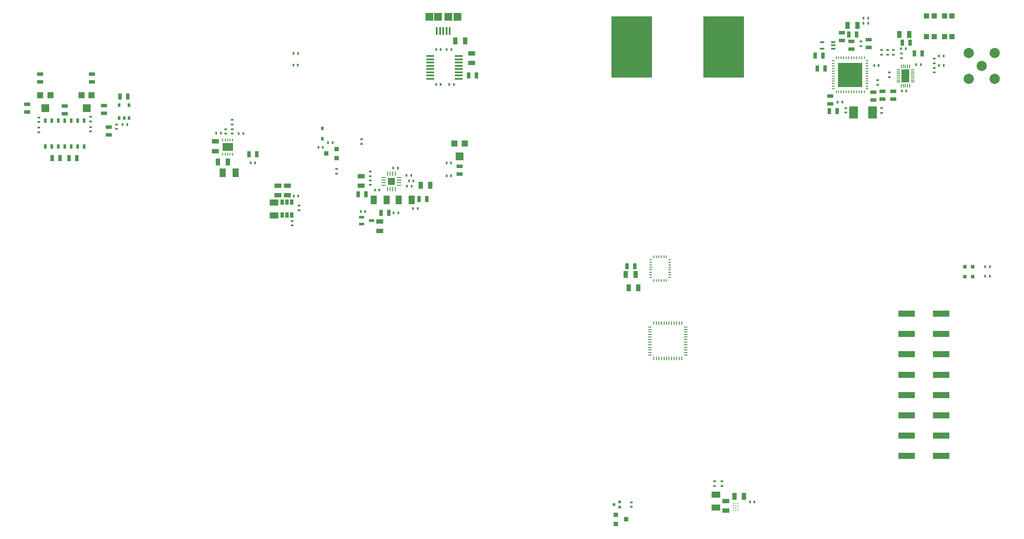
<source format=gtp>
G04 (created by PCBNEW-RS274X (2012-jan-04)-stable) date Tue 19 Feb 2013 11:54:22 AM EST*
G01*
G70*
G90*
%MOIN*%
G04 Gerber Fmt 3.4, Leading zero omitted, Abs format*
%FSLAX34Y34*%
G04 APERTURE LIST*
%ADD10C,0.006000*%
%ADD11R,0.015700X0.023600*%
%ADD12R,0.023600X0.015700*%
%ADD13R,0.025000X0.045000*%
%ADD14R,0.009800X0.035400*%
%ADD15R,0.035400X0.009800*%
%ADD16R,0.057100X0.057100*%
%ADD17R,0.045000X0.025000*%
%ADD18R,0.035000X0.055000*%
%ADD19R,0.078700X0.063000*%
%ADD20R,0.009800X0.023600*%
%ADD21R,0.059100X0.098400*%
%ADD22R,0.007900X0.027600*%
%ADD23R,0.027600X0.007900*%
%ADD24C,0.078700*%
%ADD25R,0.055000X0.035000*%
%ADD26R,0.019700X0.035400*%
%ADD27R,0.039400X0.039400*%
%ADD28R,0.047200X0.068900*%
%ADD29R,0.068900X0.047200*%
%ADD30R,0.126000X0.047200*%
%ADD31R,0.060000X0.012500*%
%ADD32R,0.031400X0.031400*%
%ADD33R,0.009800X0.021000*%
%ADD34R,0.021000X0.009800*%
%ADD35R,0.033500X0.013800*%
%ADD36R,0.019700X0.031500*%
%ADD37R,0.020000X0.030000*%
%ADD38R,0.027600X0.039400*%
%ADD39R,0.036000X0.036000*%
%ADD40R,0.039400X0.023600*%
%ADD41O,0.022000X0.009800*%
%ADD42O,0.009800X0.022000*%
%ADD43R,0.185000X0.185000*%
%ADD44R,0.063000X0.059100*%
%ADD45R,0.047200X0.047200*%
%ADD46R,0.066900X0.094500*%
%ADD47R,0.059100X0.063000*%
%ADD48R,0.015700X0.059100*%
%ADD49R,0.009800X0.031500*%
%ADD50R,0.031500X0.009800*%
%ADD51R,0.315000X0.472500*%
%ADD52R,0.020900X0.020900*%
%ADD53C,0.008700*%
G04 APERTURE END LIST*
G54D10*
G54D11*
X69223Y-03180D03*
X69577Y-03180D03*
G54D12*
X69250Y-03533D03*
X69250Y-03887D03*
X67390Y-05967D03*
X67390Y-05613D03*
X68300Y-05357D03*
X68300Y-05003D03*
G54D13*
X63680Y-08000D03*
X64280Y-08000D03*
G54D14*
X29944Y-12844D03*
X30141Y-12844D03*
X29748Y-12844D03*
X29551Y-12844D03*
G54D15*
X30436Y-13139D03*
X30436Y-13335D03*
X30436Y-13729D03*
X30436Y-13533D03*
G54D14*
X29551Y-14025D03*
X29748Y-14025D03*
X30141Y-14025D03*
X29944Y-14025D03*
G54D15*
X29255Y-13533D03*
X29255Y-13729D03*
X29255Y-13335D03*
X29255Y-13139D03*
G54D16*
X29846Y-13434D03*
G54D17*
X67080Y-07120D03*
X67080Y-06520D03*
G54D18*
X48705Y-20650D03*
X47955Y-20650D03*
G54D13*
X48651Y-20002D03*
X48051Y-20002D03*
X09480Y-06860D03*
X08880Y-06860D03*
G54D19*
X17190Y-10770D03*
G54D20*
X17190Y-10219D03*
X16993Y-10219D03*
X16796Y-10219D03*
X16796Y-11321D03*
X17190Y-11321D03*
X16993Y-11321D03*
X17387Y-11321D03*
X17584Y-11321D03*
X17584Y-10219D03*
X17387Y-10219D03*
G54D11*
X67487Y-04460D03*
X67133Y-04460D03*
G54D21*
X69550Y-05270D03*
G54D22*
X69550Y-06018D03*
X69707Y-06018D03*
X69865Y-06018D03*
X69412Y-06018D03*
X69254Y-06018D03*
X69865Y-04522D03*
X69707Y-04521D03*
X69550Y-04521D03*
X69393Y-04521D03*
X69235Y-04521D03*
G54D23*
X68999Y-05270D03*
X68999Y-05427D03*
X68999Y-05585D03*
X68999Y-05113D03*
X68999Y-04955D03*
X68999Y-04798D03*
X68999Y-05742D03*
X70101Y-04798D03*
X70101Y-04955D03*
X70101Y-05113D03*
X70101Y-05270D03*
X70101Y-05427D03*
X70101Y-05585D03*
X70101Y-05742D03*
G54D24*
X75425Y-04515D03*
X76425Y-05515D03*
X74425Y-05515D03*
X74425Y-03515D03*
X76425Y-03515D03*
G54D11*
X33652Y-05945D03*
X33298Y-05945D03*
X34672Y-05920D03*
X34318Y-05920D03*
X33298Y-03240D03*
X33652Y-03240D03*
X34467Y-03240D03*
X34113Y-03240D03*
G54D13*
X36400Y-05240D03*
X35800Y-05240D03*
G54D25*
X36030Y-03525D03*
X36030Y-04275D03*
G54D26*
X04590Y-08720D03*
X04090Y-08720D03*
X03590Y-08720D03*
X03090Y-08720D03*
X05090Y-08720D03*
X05590Y-08720D03*
X06090Y-08720D03*
X04590Y-10720D03*
X05090Y-10720D03*
X05590Y-10720D03*
X06090Y-10720D03*
X04090Y-10720D03*
X03590Y-10720D03*
X03090Y-10720D03*
G54D27*
X72564Y-00648D03*
X73154Y-00648D03*
X73154Y-02222D03*
X72564Y-02222D03*
X71776Y-02222D03*
X71186Y-02222D03*
X71186Y-00648D03*
X71776Y-00648D03*
G54D28*
X17810Y-12780D03*
X16810Y-12780D03*
X28475Y-14865D03*
X29475Y-14865D03*
G54D29*
X20760Y-15070D03*
X20760Y-16070D03*
G54D28*
X30420Y-14865D03*
X31420Y-14865D03*
G54D29*
X54898Y-37666D03*
X54898Y-38666D03*
G54D30*
X69634Y-34683D03*
X72312Y-34683D03*
X69634Y-33108D03*
X72312Y-33108D03*
X69634Y-31533D03*
X72312Y-31533D03*
X69634Y-29958D03*
X72312Y-29958D03*
X69634Y-28384D03*
X72312Y-28384D03*
X69634Y-26809D03*
X72312Y-26809D03*
X69634Y-25234D03*
X72312Y-25234D03*
X69634Y-23659D03*
X72312Y-23659D03*
G54D31*
X35054Y-03747D03*
X35054Y-03997D03*
X35054Y-04497D03*
X35054Y-04247D03*
X35054Y-05247D03*
X35054Y-05497D03*
X35054Y-04997D03*
X35054Y-04747D03*
X32854Y-04747D03*
X32854Y-04997D03*
X32854Y-05497D03*
X32854Y-05247D03*
X32854Y-04247D03*
X32854Y-04497D03*
X32854Y-03997D03*
X32854Y-03747D03*
G54D32*
X74148Y-20042D03*
X74738Y-20042D03*
X74148Y-20790D03*
X74738Y-20790D03*
G54D33*
X51088Y-19253D03*
X50891Y-19253D03*
X50694Y-19253D03*
X50498Y-19253D03*
X50301Y-19253D03*
X50104Y-19253D03*
G54D34*
X49867Y-19490D03*
X49867Y-19687D03*
X49867Y-19884D03*
X49867Y-20081D03*
X49867Y-20277D03*
X49867Y-20474D03*
X49867Y-20671D03*
X49867Y-20868D03*
G54D33*
X50104Y-21105D03*
X50301Y-21105D03*
X50498Y-21105D03*
X50694Y-21105D03*
X50891Y-21105D03*
X51088Y-21105D03*
G54D34*
X51325Y-20868D03*
X51325Y-20671D03*
X51325Y-20474D03*
X51325Y-20277D03*
X51325Y-20081D03*
X51325Y-19884D03*
X51325Y-19687D03*
X51325Y-19490D03*
G54D12*
X68170Y-03268D03*
X68170Y-03622D03*
X68600Y-03268D03*
X68600Y-03622D03*
G54D11*
X22263Y-04420D03*
X22617Y-04420D03*
X22273Y-03520D03*
X22627Y-03520D03*
X25300Y-10435D03*
X24946Y-10435D03*
X24552Y-10790D03*
X24198Y-10790D03*
G54D12*
X25596Y-12817D03*
X25596Y-12463D03*
G54D11*
X34456Y-12005D03*
X34102Y-12005D03*
X34456Y-13005D03*
X34102Y-13005D03*
X31003Y-12980D03*
X31357Y-12980D03*
G54D12*
X71760Y-03933D03*
X71760Y-04287D03*
G54D11*
X31873Y-15520D03*
X31519Y-15520D03*
X75703Y-20022D03*
X76057Y-20022D03*
X75703Y-20770D03*
X76057Y-20770D03*
X31401Y-13788D03*
X31047Y-13788D03*
G54D12*
X28200Y-13712D03*
X28200Y-13358D03*
G54D11*
X18391Y-09727D03*
X18037Y-09727D03*
G54D12*
X17544Y-08664D03*
X17544Y-09018D03*
X64925Y-08107D03*
X64925Y-07753D03*
X67705Y-08122D03*
X67705Y-07768D03*
G54D11*
X69612Y-06435D03*
X69258Y-06435D03*
X70727Y-04405D03*
X70373Y-04405D03*
G54D12*
X71760Y-04653D03*
X71760Y-05007D03*
G54D11*
X72502Y-04470D03*
X72148Y-04470D03*
X72492Y-03745D03*
X72138Y-03745D03*
G54D12*
X67705Y-03283D03*
X67705Y-03637D03*
X54815Y-36985D03*
X54815Y-36631D03*
X55378Y-36985D03*
X55378Y-36631D03*
G54D11*
X57886Y-38245D03*
X57532Y-38245D03*
X27464Y-15756D03*
X27818Y-15756D03*
X66323Y-00800D03*
X66677Y-00800D03*
G54D12*
X08615Y-09372D03*
X08615Y-09018D03*
G54D11*
X09088Y-09020D03*
X09442Y-09020D03*
G54D12*
X02590Y-09268D03*
X02590Y-09622D03*
X06615Y-09218D03*
X06615Y-09572D03*
X06615Y-08443D03*
X06615Y-08797D03*
X02590Y-08493D03*
X02590Y-08847D03*
X22714Y-15664D03*
X22714Y-15310D03*
G54D11*
X22647Y-14570D03*
X22293Y-14570D03*
G54D12*
X22163Y-16845D03*
X22163Y-16491D03*
G54D11*
X30338Y-12410D03*
X29984Y-12410D03*
X30377Y-15874D03*
X30023Y-15874D03*
G54D12*
X27545Y-10173D03*
X27545Y-10527D03*
G54D11*
X31193Y-13400D03*
X31547Y-13400D03*
X66323Y-01200D03*
X66677Y-01200D03*
X28912Y-14095D03*
X28558Y-14095D03*
G54D12*
X17033Y-09392D03*
X17033Y-09746D03*
G54D11*
X19316Y-12010D03*
X18962Y-12010D03*
G54D12*
X17544Y-09392D03*
X17544Y-09746D03*
X66120Y-02598D03*
X66120Y-02952D03*
X28192Y-12666D03*
X28192Y-13020D03*
G54D11*
X16658Y-09707D03*
X16304Y-09707D03*
G54D17*
X06690Y-05745D03*
X06690Y-05145D03*
X02715Y-05720D03*
X02715Y-05120D03*
G54D13*
X65165Y-02055D03*
X65765Y-02055D03*
G54D17*
X65370Y-02585D03*
X65370Y-03185D03*
G54D13*
X29634Y-15874D03*
X29034Y-15874D03*
X27262Y-14418D03*
X27862Y-14418D03*
G54D17*
X07640Y-07570D03*
X07640Y-08170D03*
G54D13*
X62575Y-03685D03*
X63175Y-03685D03*
G54D17*
X63740Y-07430D03*
X63740Y-06830D03*
G54D13*
X19439Y-11341D03*
X18839Y-11341D03*
G54D17*
X64650Y-01950D03*
X64650Y-02550D03*
X01715Y-07470D03*
X01715Y-08070D03*
G54D13*
X05540Y-11620D03*
X04940Y-11620D03*
X03640Y-11620D03*
X04240Y-11620D03*
X63340Y-04700D03*
X62740Y-04700D03*
G54D17*
X08015Y-09820D03*
X08015Y-09220D03*
G54D13*
X32587Y-14811D03*
X31987Y-14811D03*
G54D17*
X67765Y-07080D03*
X67765Y-06480D03*
X66720Y-02470D03*
X66720Y-03070D03*
X68600Y-07060D03*
X68600Y-06460D03*
G54D13*
X70845Y-03540D03*
X70245Y-03540D03*
X69290Y-02700D03*
X69890Y-02700D03*
G54D17*
X35122Y-12260D03*
X35122Y-12860D03*
X04615Y-07595D03*
X04615Y-08195D03*
G54D18*
X65075Y-01375D03*
X65825Y-01375D03*
X69085Y-02060D03*
X69835Y-02060D03*
X48923Y-21656D03*
X48173Y-21656D03*
X32855Y-13740D03*
X32105Y-13740D03*
G54D25*
X55662Y-38165D03*
X55662Y-38915D03*
G54D18*
X56330Y-37792D03*
X57080Y-37792D03*
G54D25*
X21790Y-13755D03*
X21790Y-14505D03*
X21080Y-14505D03*
X21080Y-13755D03*
X27510Y-13025D03*
X27510Y-13775D03*
G54D18*
X35526Y-02573D03*
X34776Y-02573D03*
G54D25*
X16245Y-11086D03*
X16245Y-10336D03*
G54D18*
X16455Y-11940D03*
X17205Y-11940D03*
G54D25*
X28940Y-17273D03*
X28940Y-16523D03*
G54D35*
X63988Y-02915D03*
X63988Y-03171D03*
X63988Y-02659D03*
X63122Y-03171D03*
X63122Y-02659D03*
G54D36*
X24493Y-09333D03*
X24493Y-10121D03*
G54D37*
X08815Y-08520D03*
X09565Y-08520D03*
X08815Y-07520D03*
X09190Y-08520D03*
X09565Y-07520D03*
G54D38*
X21390Y-15030D03*
X21765Y-15030D03*
X22140Y-15030D03*
X22140Y-16030D03*
X21765Y-16030D03*
X21390Y-16030D03*
G54D39*
X25590Y-10920D03*
X25590Y-11620D03*
X24790Y-11270D03*
G54D40*
X27543Y-16721D03*
X27543Y-16209D03*
X28291Y-16465D03*
G54D41*
X66584Y-06273D03*
X66584Y-06076D03*
X66584Y-05879D03*
X66584Y-05682D03*
X66584Y-05485D03*
X66584Y-05288D03*
X66584Y-05082D03*
X66584Y-04885D03*
X66584Y-04688D03*
X66584Y-04491D03*
X66584Y-04294D03*
X66584Y-04107D03*
G54D42*
X66358Y-03881D03*
X66161Y-03881D03*
X65964Y-03881D03*
X65767Y-03881D03*
X65570Y-03881D03*
X65373Y-03881D03*
X65177Y-03881D03*
X64980Y-03881D03*
X64783Y-03881D03*
X64586Y-03881D03*
X64389Y-03881D03*
X64192Y-03881D03*
G54D41*
X63966Y-04107D03*
X63966Y-04304D03*
X63966Y-04501D03*
X63966Y-04698D03*
X63966Y-04895D03*
X63966Y-05092D03*
X63966Y-05288D03*
X63966Y-05485D03*
X63966Y-05682D03*
X63966Y-05879D03*
X63966Y-06076D03*
X63966Y-06273D03*
G54D42*
X64192Y-06499D03*
X64389Y-06499D03*
X64586Y-06499D03*
X64783Y-06499D03*
X64980Y-06499D03*
X65177Y-06499D03*
X65374Y-06499D03*
X65570Y-06499D03*
X65767Y-06499D03*
X65964Y-06499D03*
X66161Y-06499D03*
X66358Y-06499D03*
G54D43*
X65275Y-05190D03*
G54D44*
X03115Y-07763D03*
G54D45*
X02721Y-06759D03*
X03509Y-06759D03*
G54D44*
X06290Y-07763D03*
G54D45*
X05896Y-06759D03*
X06684Y-06759D03*
G54D46*
X66993Y-08105D03*
X65537Y-08105D03*
G54D47*
X32766Y-00707D03*
X34931Y-00707D03*
X33455Y-00707D03*
G54D48*
X34348Y-01786D03*
X34098Y-01786D03*
X33848Y-01786D03*
X33598Y-01786D03*
X33348Y-01786D03*
G54D47*
X34242Y-00707D03*
G54D49*
X50107Y-27146D03*
X50304Y-27146D03*
X50501Y-27146D03*
X50697Y-27146D03*
X50894Y-27146D03*
X51091Y-27146D03*
X51288Y-27146D03*
X51485Y-27146D03*
X51682Y-27146D03*
X51879Y-27146D03*
X52075Y-27146D03*
X52272Y-27146D03*
G54D50*
X52567Y-26852D03*
X52567Y-26655D03*
X52567Y-26458D03*
X52567Y-26262D03*
X52567Y-26065D03*
X52567Y-25868D03*
X52567Y-25671D03*
X52567Y-25474D03*
X52567Y-25277D03*
X52567Y-25080D03*
X52567Y-24884D03*
X52567Y-24687D03*
G54D49*
X52273Y-24392D03*
X52076Y-24392D03*
X51879Y-24392D03*
X51682Y-24392D03*
X51485Y-24392D03*
X51288Y-24392D03*
X51091Y-24392D03*
X50895Y-24392D03*
X50698Y-24392D03*
X50501Y-24392D03*
X50304Y-24392D03*
X50107Y-24392D03*
G54D50*
X49811Y-24687D03*
X49811Y-24884D03*
X49811Y-25080D03*
X49811Y-25277D03*
X49811Y-25474D03*
X49811Y-25671D03*
X49811Y-25868D03*
X49811Y-26065D03*
X49811Y-26262D03*
X49811Y-26458D03*
X49811Y-26655D03*
X49811Y-26852D03*
G54D11*
X64667Y-07300D03*
X64313Y-07300D03*
G54D51*
X48407Y-03041D03*
X55493Y-03040D03*
G54D44*
X35100Y-11488D03*
G54D45*
X34706Y-10484D03*
X35494Y-10484D03*
G54D39*
X47184Y-39927D03*
X47184Y-39227D03*
X47984Y-39577D03*
G54D12*
X48371Y-38612D03*
X48371Y-38258D03*
G54D52*
X47466Y-38632D03*
X47033Y-38435D03*
X47466Y-38238D03*
G54D53*
X56287Y-38536D03*
X56287Y-38694D03*
X56287Y-38379D03*
X56445Y-38379D03*
X56445Y-38536D03*
X56445Y-38694D03*
X56602Y-38379D03*
X56602Y-38536D03*
X56602Y-38694D03*
X56602Y-38851D03*
X56445Y-38851D03*
X56287Y-38851D03*
M02*

</source>
